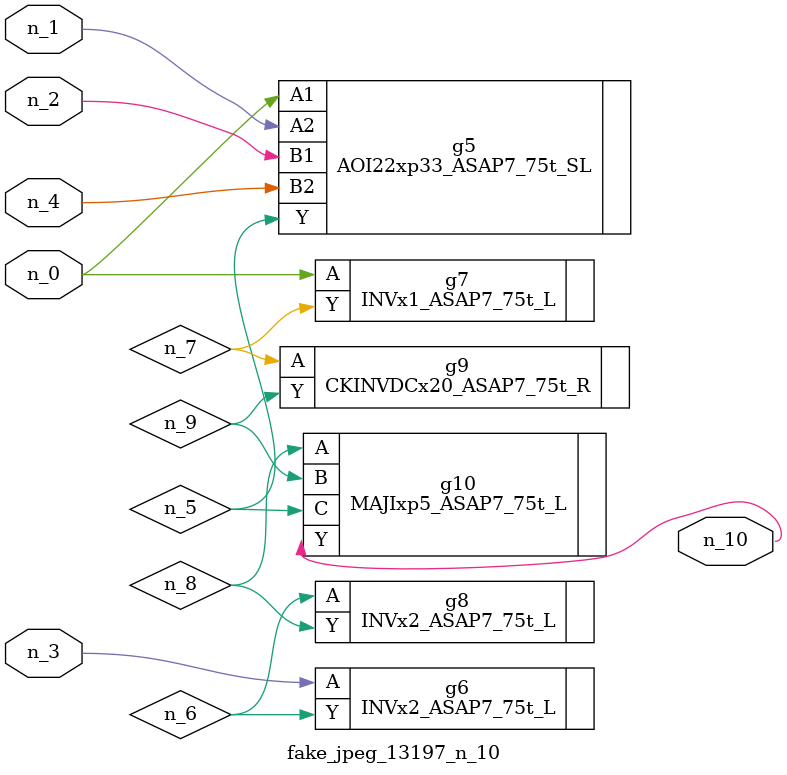
<source format=v>
module fake_jpeg_13197_n_10 (n_3, n_2, n_1, n_0, n_4, n_10);

input n_3;
input n_2;
input n_1;
input n_0;
input n_4;

output n_10;

wire n_8;
wire n_9;
wire n_6;
wire n_5;
wire n_7;

AOI22xp33_ASAP7_75t_SL g5 ( 
.A1(n_0),
.A2(n_1),
.B1(n_2),
.B2(n_4),
.Y(n_5)
);

INVx2_ASAP7_75t_L g6 ( 
.A(n_3),
.Y(n_6)
);

INVx1_ASAP7_75t_L g7 ( 
.A(n_0),
.Y(n_7)
);

INVx2_ASAP7_75t_L g8 ( 
.A(n_6),
.Y(n_8)
);

MAJIxp5_ASAP7_75t_L g10 ( 
.A(n_8),
.B(n_9),
.C(n_5),
.Y(n_10)
);

CKINVDCx20_ASAP7_75t_R g9 ( 
.A(n_7),
.Y(n_9)
);


endmodule
</source>
